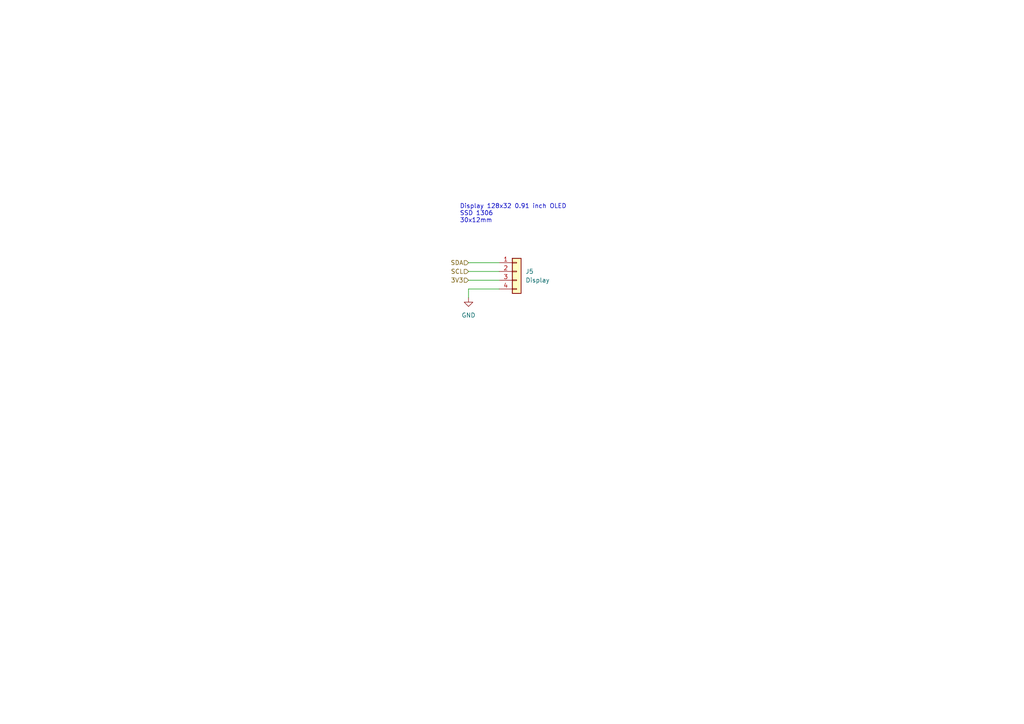
<source format=kicad_sch>
(kicad_sch (version 20231120) (generator "eeschema") (generator_version "8.0")
  (paper "A4")
  (lib_symbols
    (symbol "Connector_Generic:Conn_01x04" (pin_names (offset 1.016) hide)
      (property "Reference" "J" (at 0 5.08 0))
      (property "Value" "Conn_01x04" (at 0 -7.62 0))
      (symbol "Conn_01x04_1_1"
        (rectangle (start -1.27 -4.953) (end 0 -5.207) (stroke (width 0.1524)))
        (rectangle (start -1.27 -2.413) (end 0 -2.667) (stroke (width 0.1524)))
        (rectangle (start -1.27 0.127) (end 0 -0.127) (stroke (width 0.1524)))
        (rectangle (start -1.27 2.667) (end 0 2.413) (stroke (width 0.1524)))
        (rectangle (start -1.27 3.81) (end 1.27 -6.35) (stroke (width 0.254)) (fill (type background)))
        (pin passive line (at -5.08 2.54 0) (length 3.81) (name "Pin_1") (number "1"))
        (pin passive line (at -5.08 0 0) (length 3.81) (name "Pin_2") (number "2"))
        (pin passive line (at -5.08 -2.54 0) (length 3.81) (name "Pin_3") (number "3"))
        (pin passive line (at -5.08 -5.08 0) (length 3.81) (name "Pin_4") (number "4"))
      )
    )
    (symbol "power:GND" (power) (pin_names (offset 0))
      (property "Value" "GND" (at 0 -3.81 0))
      (symbol "GND_0_1"
        (polyline (pts (xy 0 0) (xy 0 -1.27) (xy 1.27 -1.27) (xy 0 -2.54) (xy -1.27 -1.27) (xy 0 -1.27)))
      )
      (symbol "GND_1_1"
        (pin power_in line (at 0 0 270) (length 0) hide (name "GND") (number "1"))
      )
    )
  )
  (wire (pts (xy 135.89 83.82) (xy 135.89 86.36)))
  (wire (pts (xy 135.89 78.74) (xy 144.78 78.74)))
  (wire (pts (xy 135.89 81.28) (xy 144.78 81.28)))
  (wire (pts (xy 144.78 83.82) (xy 135.89 83.82)))
  (wire (pts (xy 135.89 76.2) (xy 144.78 76.2)))
  (text "Display 128x32 0.91 inch OLED\nSSD 1306\n30x12mm" (at 133.35 64.77 0) (effects (font (size 1.27 1.27)) (justify left bottom)))
  (hierarchical_label "SCL" (shape input) (at 135.89 78.74 180))
  (hierarchical_label "3V3" (shape input) (at 135.89 81.28 180))
  (hierarchical_label "SDA" (shape input) (at 135.89 76.2 180))
  (symbol (lib_id "Connector_Generic:Conn_01x04") (at 149.86 78.74 0) (unit 1)
    (property "Reference" "J5" (at 152.4 78.74 0) (effects (justify left)))
    (property "Value" "Display" (at 152.4 81.28 0) (effects (justify left)))
    (property "Footprint" "Custom_Display:SSD1306 128x32px" (effects (hide yes)))
  )
  (symbol (lib_id "power:GND") (at 135.89 86.36 0) (unit 1)
    (property "Reference" "#PWR011" (effects (hide yes)))
    (property "Value" "GND" (at 135.89 91.44 0))
  )
)
</source>
